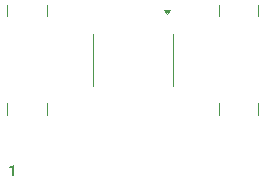
<source format=gbr>
%TF.GenerationSoftware,KiCad,Pcbnew,8.0.4*%
%TF.CreationDate,2024-09-13T11:56:01+01:00*%
%TF.ProjectId,MkI,4d6b492e-6b69-4636-9164-5f7063625858,rev?*%
%TF.SameCoordinates,Original*%
%TF.FileFunction,Legend,Top*%
%TF.FilePolarity,Positive*%
%FSLAX46Y46*%
G04 Gerber Fmt 4.6, Leading zero omitted, Abs format (unit mm)*
G04 Created by KiCad (PCBNEW 8.0.4) date 2024-09-13 11:56:01*
%MOMM*%
%LPD*%
G01*
G04 APERTURE LIST*
%ADD10C,0.200000*%
%ADD11C,0.120000*%
G04 APERTURE END LIST*
D10*
G36*
X88409592Y-96860000D02*
G01*
X88409592Y-95859825D01*
X88399334Y-95859825D01*
X87963849Y-96017117D01*
X87963849Y-96183447D01*
X88216640Y-96092588D01*
X88216640Y-96860000D01*
X88409592Y-96860000D01*
G37*
D11*
%TO.C,U1*%
X101350000Y-83135000D02*
X101110000Y-82805000D01*
X101590000Y-82805000D01*
X101350000Y-83135000D01*
G36*
X101350000Y-83135000D02*
G01*
X101110000Y-82805000D01*
X101590000Y-82805000D01*
X101350000Y-83135000D01*
G37*
X101810000Y-86995000D02*
X101810000Y-89195000D01*
X101810000Y-86995000D02*
X101810000Y-84795000D01*
X95040000Y-86995000D02*
X95040000Y-89195000D01*
X95040000Y-86995000D02*
X95040000Y-84795000D01*
%TO.C,RN2*%
X109065000Y-90675000D02*
X109065000Y-91675000D01*
X105705000Y-90675000D02*
X105705000Y-91675000D01*
%TO.C,RN1*%
X91145000Y-90675000D02*
X91145000Y-91675000D01*
X87785000Y-90675000D02*
X87785000Y-91675000D01*
%TO.C,RN4*%
X109065000Y-82315000D02*
X109065000Y-83315000D01*
X105705000Y-82315000D02*
X105705000Y-83315000D01*
%TO.C,RN3*%
X91145000Y-82315000D02*
X91145000Y-83315000D01*
X87785000Y-82315000D02*
X87785000Y-83315000D01*
%TD*%
M02*

</source>
